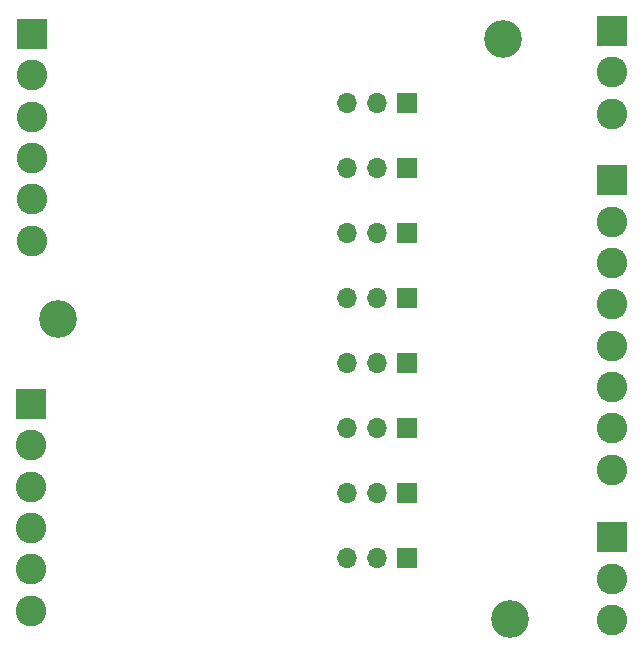
<source format=gbr>
%TF.GenerationSoftware,KiCad,Pcbnew,8.0.7*%
%TF.CreationDate,2025-01-01T13:27:56+01:00*%
%TF.ProjectId,expansion_a,65787061-6e73-4696-9f6e-5f612e6b6963,1*%
%TF.SameCoordinates,Original*%
%TF.FileFunction,Soldermask,Bot*%
%TF.FilePolarity,Negative*%
%FSLAX46Y46*%
G04 Gerber Fmt 4.6, Leading zero omitted, Abs format (unit mm)*
G04 Created by KiCad (PCBNEW 8.0.7) date 2025-01-01 13:27:56*
%MOMM*%
%LPD*%
G01*
G04 APERTURE LIST*
%ADD10R,1.700000X1.700000*%
%ADD11O,1.700000X1.700000*%
%ADD12C,3.200000*%
%ADD13R,2.600000X2.600000*%
%ADD14C,2.600000*%
G04 APERTURE END LIST*
D10*
%TO.C,JP701*%
X105639000Y-64737000D03*
D11*
X103099000Y-64737000D03*
X100559000Y-64737000D03*
%TD*%
D12*
%TO.C,REF1*%
X76073000Y-60975000D03*
%TD*%
D13*
%TO.C,J1101*%
X123037600Y-79502000D03*
D14*
X123037600Y-83002000D03*
X123037600Y-86502000D03*
%TD*%
D10*
%TO.C,JP401*%
X105639000Y-48237000D03*
D11*
X103099000Y-48237000D03*
X100559000Y-48237000D03*
%TD*%
D13*
%TO.C,J101*%
X123037600Y-49276000D03*
D14*
X123037600Y-52776000D03*
X123037600Y-56276000D03*
X123037600Y-59776000D03*
X123037600Y-63276000D03*
X123037600Y-66776000D03*
X123037600Y-70276000D03*
X123037600Y-73776000D03*
%TD*%
D13*
%TO.C,J202*%
X73914000Y-36886000D03*
D14*
X73914000Y-40386000D03*
X73914000Y-43886000D03*
X73914000Y-47386000D03*
X73914000Y-50886000D03*
X73914000Y-54386000D03*
%TD*%
D13*
%TO.C,J1102*%
X73787000Y-68214000D03*
D14*
X73787000Y-71714000D03*
X73787000Y-75214000D03*
X73787000Y-78714000D03*
X73787000Y-82214000D03*
X73787000Y-85714000D03*
%TD*%
D10*
%TO.C,JP601*%
X105639000Y-59237000D03*
D11*
X103099000Y-59237000D03*
X100559000Y-59237000D03*
%TD*%
D10*
%TO.C,JP501*%
X105639000Y-53737000D03*
D11*
X103099000Y-53737000D03*
X100559000Y-53737000D03*
%TD*%
D10*
%TO.C,JP1001*%
X105639000Y-81237000D03*
D11*
X103099000Y-81237000D03*
X100559000Y-81237000D03*
%TD*%
D10*
%TO.C,JP301*%
X105639000Y-42737000D03*
D11*
X103099000Y-42737000D03*
X100559000Y-42737000D03*
%TD*%
D10*
%TO.C,JP801*%
X105639000Y-70237000D03*
D11*
X103099000Y-70237000D03*
X100559000Y-70237000D03*
%TD*%
D12*
%TO.C,REF2*%
X113792000Y-37338000D03*
%TD*%
D10*
%TO.C,JP901*%
X105639000Y-75737000D03*
D11*
X103099000Y-75737000D03*
X100559000Y-75737000D03*
%TD*%
D12*
%TO.C,REF3*%
X114401600Y-86375000D03*
%TD*%
D13*
%TO.C,J201*%
X123037600Y-36627800D03*
D14*
X123037600Y-40127800D03*
X123037600Y-43627800D03*
%TD*%
M02*

</source>
